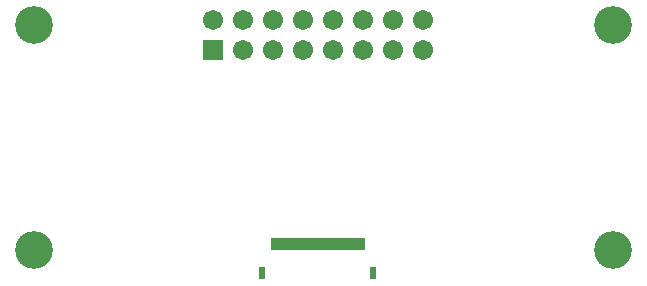
<source format=gts>
G04*
G04 #@! TF.GenerationSoftware,Altium Limited,Altium Designer,23.9.2 (47)*
G04*
G04 Layer_Color=8388736*
%FSLAX44Y44*%
%MOMM*%
G71*
G04*
G04 #@! TF.SameCoordinates,58B7A3E4-DE2A-4233-B81C-AD47A70DC6F2*
G04*
G04*
G04 #@! TF.FilePolarity,Negative*
G04*
G01*
G75*
%ADD14R,0.5032X1.0032*%
%ADD15R,0.6032X1.0032*%
%ADD16C,1.7032*%
%ADD17R,1.7032X1.7032*%
%ADD18C,3.2032*%
D14*
X307500Y35220D02*
D03*
X302500D02*
D03*
X297500D02*
D03*
X292500D02*
D03*
X287500D02*
D03*
X282500D02*
D03*
X277500D02*
D03*
X272500D02*
D03*
X267500D02*
D03*
X262500D02*
D03*
X257500D02*
D03*
X252500D02*
D03*
X247500D02*
D03*
X242500D02*
D03*
X237500D02*
D03*
X232500D02*
D03*
D15*
X223000Y10220D02*
D03*
X317000D02*
D03*
D16*
X358900Y224840D02*
D03*
Y199440D02*
D03*
X333500Y224840D02*
D03*
Y199440D02*
D03*
X308100Y224840D02*
D03*
X282700D02*
D03*
X257300D02*
D03*
X231900D02*
D03*
X206500D02*
D03*
X181100D02*
D03*
X308100Y199440D02*
D03*
X282700D02*
D03*
X257300D02*
D03*
X231900D02*
D03*
X206500D02*
D03*
D17*
X181100D02*
D03*
D18*
X520000Y30000D02*
D03*
Y220000D02*
D03*
X30000D02*
D03*
Y30000D02*
D03*
M02*

</source>
